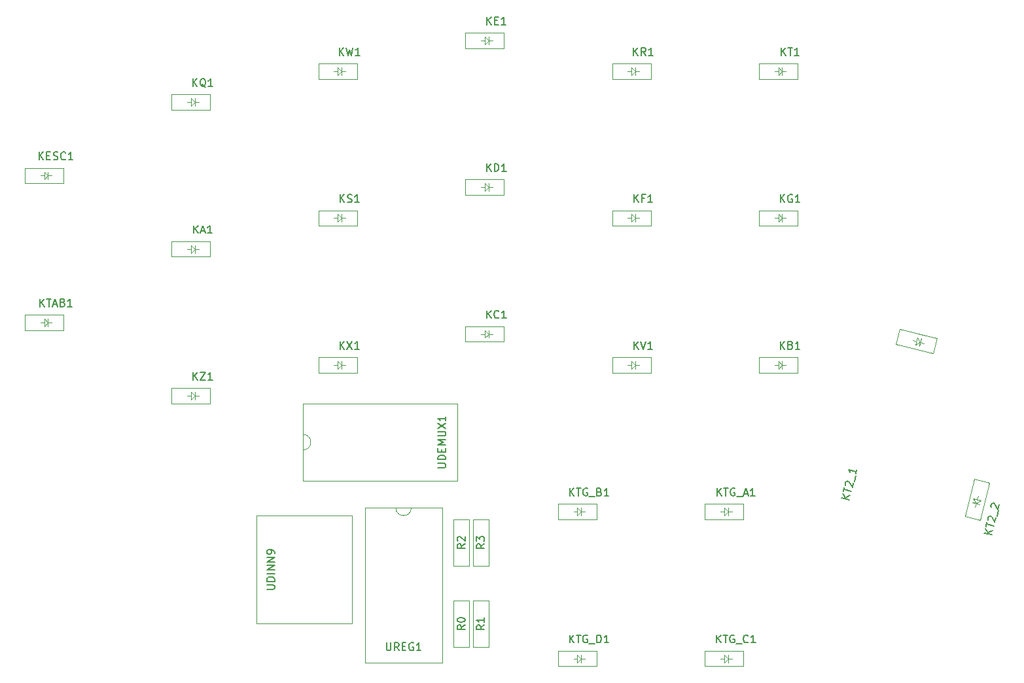
<source format=gbr>
%TF.GenerationSoftware,KiCad,Pcbnew,(5.1.10)-1*%
%TF.CreationDate,2021-07-03T11:15:49-05:00*%
%TF.ProjectId,LeftHand,4c656674-4861-46e6-942e-6b696361645f,rev?*%
%TF.SameCoordinates,Original*%
%TF.FileFunction,Legend,Top*%
%TF.FilePolarity,Positive*%
%FSLAX46Y46*%
G04 Gerber Fmt 4.6, Leading zero omitted, Abs format (unit mm)*
G04 Created by KiCad (PCBNEW (5.1.10)-1) date 2021-07-03 11:15:49*
%MOMM*%
%LPD*%
G01*
G04 APERTURE LIST*
%ADD10C,0.120000*%
%ADD11C,0.150000*%
G04 APERTURE END LIST*
D10*
%TO.C,KT2_2*%
X143201392Y-88909267D02*
X143320659Y-88423699D01*
X143082126Y-89394834D02*
X142962859Y-89880401D01*
X142715825Y-88790000D02*
X143082126Y-89394834D01*
X143686959Y-89028533D02*
X142715825Y-88790000D01*
X143082126Y-89394834D02*
X143686959Y-89028533D01*
X142596558Y-89275567D02*
X143082126Y-89394834D01*
X143567693Y-89514100D02*
X142596558Y-89275567D01*
X143576193Y-91575636D02*
X144768860Y-86719964D01*
X144768860Y-86719964D02*
X142826592Y-86242897D01*
X142826592Y-86242897D02*
X141633924Y-91098569D01*
X141633924Y-91098569D02*
X143576193Y-91575636D01*
%TO.C,KT2_1*%
X135356367Y-68447317D02*
X134870800Y-68328050D01*
X136327502Y-68685851D02*
X135841934Y-68566584D01*
X135237101Y-68932884D02*
X135841934Y-68566584D01*
X135475634Y-67961750D02*
X135237101Y-68932884D01*
X135841934Y-68566584D02*
X135475634Y-67961750D01*
X135722668Y-69052151D02*
X135841934Y-68566584D01*
X135961201Y-68081017D02*
X135722668Y-69052151D01*
X135594901Y-67476183D02*
X136566035Y-67714716D01*
X133167065Y-66879849D02*
X138022737Y-68072516D01*
X132689998Y-68822118D02*
X133167065Y-66879849D01*
X137545670Y-70014785D02*
X132689998Y-68822118D01*
X138022737Y-68072516D02*
X137545670Y-70014785D01*
%TO.C,KA1*%
X44000000Y-55500000D02*
X39000000Y-55500000D01*
X44000000Y-57500000D02*
X44000000Y-55500000D01*
X39000000Y-57500000D02*
X44000000Y-57500000D01*
X39000000Y-55500000D02*
X39000000Y-57500000D01*
X42000000Y-56000000D02*
X42000000Y-57000000D01*
X42000000Y-57000000D02*
X42000000Y-56500000D01*
X42000000Y-56500000D02*
X41500000Y-56000000D01*
X41500000Y-56000000D02*
X41500000Y-57000000D01*
X41500000Y-57000000D02*
X42000000Y-56500000D01*
X42000000Y-56500000D02*
X42500000Y-56500000D01*
X41500000Y-56500000D02*
X41000000Y-56500000D01*
%TO.C,KB1*%
X117500000Y-71500000D02*
X117000000Y-71500000D01*
X118000000Y-71500000D02*
X118500000Y-71500000D01*
X117500000Y-72000000D02*
X118000000Y-71500000D01*
X117500000Y-71000000D02*
X117500000Y-72000000D01*
X118000000Y-71500000D02*
X117500000Y-71000000D01*
X118000000Y-72000000D02*
X118000000Y-71500000D01*
X118000000Y-71000000D02*
X118000000Y-72000000D01*
X115000000Y-70500000D02*
X115000000Y-72500000D01*
X115000000Y-72500000D02*
X120000000Y-72500000D01*
X120000000Y-72500000D02*
X120000000Y-70500000D01*
X120000000Y-70500000D02*
X115000000Y-70500000D01*
%TO.C,KC1*%
X82000000Y-66500000D02*
X77000000Y-66500000D01*
X82000000Y-68500000D02*
X82000000Y-66500000D01*
X77000000Y-68500000D02*
X82000000Y-68500000D01*
X77000000Y-66500000D02*
X77000000Y-68500000D01*
X80000000Y-67000000D02*
X80000000Y-68000000D01*
X80000000Y-68000000D02*
X80000000Y-67500000D01*
X80000000Y-67500000D02*
X79500000Y-67000000D01*
X79500000Y-67000000D02*
X79500000Y-68000000D01*
X79500000Y-68000000D02*
X80000000Y-67500000D01*
X80000000Y-67500000D02*
X80500000Y-67500000D01*
X79500000Y-67500000D02*
X79000000Y-67500000D01*
%TO.C,KD1*%
X82000000Y-47500000D02*
X77000000Y-47500000D01*
X82000000Y-49500000D02*
X82000000Y-47500000D01*
X77000000Y-49500000D02*
X82000000Y-49500000D01*
X77000000Y-47500000D02*
X77000000Y-49500000D01*
X80000000Y-48000000D02*
X80000000Y-49000000D01*
X80000000Y-49000000D02*
X80000000Y-48500000D01*
X80000000Y-48500000D02*
X79500000Y-48000000D01*
X79500000Y-48000000D02*
X79500000Y-49000000D01*
X79500000Y-49000000D02*
X80000000Y-48500000D01*
X80000000Y-48500000D02*
X80500000Y-48500000D01*
X79500000Y-48500000D02*
X79000000Y-48500000D01*
%TO.C,KE1*%
X79500000Y-29500000D02*
X79000000Y-29500000D01*
X80000000Y-29500000D02*
X80500000Y-29500000D01*
X79500000Y-30000000D02*
X80000000Y-29500000D01*
X79500000Y-29000000D02*
X79500000Y-30000000D01*
X80000000Y-29500000D02*
X79500000Y-29000000D01*
X80000000Y-30000000D02*
X80000000Y-29500000D01*
X80000000Y-29000000D02*
X80000000Y-30000000D01*
X77000000Y-28500000D02*
X77000000Y-30500000D01*
X77000000Y-30500000D02*
X82000000Y-30500000D01*
X82000000Y-30500000D02*
X82000000Y-28500000D01*
X82000000Y-28500000D02*
X77000000Y-28500000D01*
%TO.C,KESC1*%
X25000000Y-46000000D02*
X20000000Y-46000000D01*
X25000000Y-48000000D02*
X25000000Y-46000000D01*
X20000000Y-48000000D02*
X25000000Y-48000000D01*
X20000000Y-46000000D02*
X20000000Y-48000000D01*
X23000000Y-46500000D02*
X23000000Y-47500000D01*
X23000000Y-47500000D02*
X23000000Y-47000000D01*
X23000000Y-47000000D02*
X22500000Y-46500000D01*
X22500000Y-46500000D02*
X22500000Y-47500000D01*
X22500000Y-47500000D02*
X23000000Y-47000000D01*
X23000000Y-47000000D02*
X23500000Y-47000000D01*
X22500000Y-47000000D02*
X22000000Y-47000000D01*
%TO.C,KF1*%
X98500000Y-52500000D02*
X98000000Y-52500000D01*
X99000000Y-52500000D02*
X99500000Y-52500000D01*
X98500000Y-53000000D02*
X99000000Y-52500000D01*
X98500000Y-52000000D02*
X98500000Y-53000000D01*
X99000000Y-52500000D02*
X98500000Y-52000000D01*
X99000000Y-53000000D02*
X99000000Y-52500000D01*
X99000000Y-52000000D02*
X99000000Y-53000000D01*
X96000000Y-51500000D02*
X96000000Y-53500000D01*
X96000000Y-53500000D02*
X101000000Y-53500000D01*
X101000000Y-53500000D02*
X101000000Y-51500000D01*
X101000000Y-51500000D02*
X96000000Y-51500000D01*
%TO.C,KG1*%
X120000000Y-51500000D02*
X115000000Y-51500000D01*
X120000000Y-53500000D02*
X120000000Y-51500000D01*
X115000000Y-53500000D02*
X120000000Y-53500000D01*
X115000000Y-51500000D02*
X115000000Y-53500000D01*
X118000000Y-52000000D02*
X118000000Y-53000000D01*
X118000000Y-53000000D02*
X118000000Y-52500000D01*
X118000000Y-52500000D02*
X117500000Y-52000000D01*
X117500000Y-52000000D02*
X117500000Y-53000000D01*
X117500000Y-53000000D02*
X118000000Y-52500000D01*
X118000000Y-52500000D02*
X118500000Y-52500000D01*
X117500000Y-52500000D02*
X117000000Y-52500000D01*
%TO.C,KQ1*%
X41500000Y-37500000D02*
X41000000Y-37500000D01*
X42000000Y-37500000D02*
X42500000Y-37500000D01*
X41500000Y-38000000D02*
X42000000Y-37500000D01*
X41500000Y-37000000D02*
X41500000Y-38000000D01*
X42000000Y-37500000D02*
X41500000Y-37000000D01*
X42000000Y-38000000D02*
X42000000Y-37500000D01*
X42000000Y-37000000D02*
X42000000Y-38000000D01*
X39000000Y-36500000D02*
X39000000Y-38500000D01*
X39000000Y-38500000D02*
X44000000Y-38500000D01*
X44000000Y-38500000D02*
X44000000Y-36500000D01*
X44000000Y-36500000D02*
X39000000Y-36500000D01*
%TO.C,KR1*%
X101000000Y-32500000D02*
X96000000Y-32500000D01*
X101000000Y-34500000D02*
X101000000Y-32500000D01*
X96000000Y-34500000D02*
X101000000Y-34500000D01*
X96000000Y-32500000D02*
X96000000Y-34500000D01*
X99000000Y-33000000D02*
X99000000Y-34000000D01*
X99000000Y-34000000D02*
X99000000Y-33500000D01*
X99000000Y-33500000D02*
X98500000Y-33000000D01*
X98500000Y-33000000D02*
X98500000Y-34000000D01*
X98500000Y-34000000D02*
X99000000Y-33500000D01*
X99000000Y-33500000D02*
X99500000Y-33500000D01*
X98500000Y-33500000D02*
X98000000Y-33500000D01*
%TO.C,KS1*%
X60500000Y-52500000D02*
X60000000Y-52500000D01*
X61000000Y-52500000D02*
X61500000Y-52500000D01*
X60500000Y-53000000D02*
X61000000Y-52500000D01*
X60500000Y-52000000D02*
X60500000Y-53000000D01*
X61000000Y-52500000D02*
X60500000Y-52000000D01*
X61000000Y-53000000D02*
X61000000Y-52500000D01*
X61000000Y-52000000D02*
X61000000Y-53000000D01*
X58000000Y-51500000D02*
X58000000Y-53500000D01*
X58000000Y-53500000D02*
X63000000Y-53500000D01*
X63000000Y-53500000D02*
X63000000Y-51500000D01*
X63000000Y-51500000D02*
X58000000Y-51500000D01*
%TO.C,KT1*%
X117500000Y-33500000D02*
X117000000Y-33500000D01*
X118000000Y-33500000D02*
X118500000Y-33500000D01*
X117500000Y-34000000D02*
X118000000Y-33500000D01*
X117500000Y-33000000D02*
X117500000Y-34000000D01*
X118000000Y-33500000D02*
X117500000Y-33000000D01*
X118000000Y-34000000D02*
X118000000Y-33500000D01*
X118000000Y-33000000D02*
X118000000Y-34000000D01*
X115000000Y-32500000D02*
X115000000Y-34500000D01*
X115000000Y-34500000D02*
X120000000Y-34500000D01*
X120000000Y-34500000D02*
X120000000Y-32500000D01*
X120000000Y-32500000D02*
X115000000Y-32500000D01*
%TO.C,KTAB1*%
X22500000Y-66000000D02*
X22000000Y-66000000D01*
X23000000Y-66000000D02*
X23500000Y-66000000D01*
X22500000Y-66500000D02*
X23000000Y-66000000D01*
X22500000Y-65500000D02*
X22500000Y-66500000D01*
X23000000Y-66000000D02*
X22500000Y-65500000D01*
X23000000Y-66500000D02*
X23000000Y-66000000D01*
X23000000Y-65500000D02*
X23000000Y-66500000D01*
X20000000Y-65000000D02*
X20000000Y-67000000D01*
X20000000Y-67000000D02*
X25000000Y-67000000D01*
X25000000Y-67000000D02*
X25000000Y-65000000D01*
X25000000Y-65000000D02*
X20000000Y-65000000D01*
%TO.C,KTG_A1*%
X113000000Y-89500000D02*
X108000000Y-89500000D01*
X113000000Y-91500000D02*
X113000000Y-89500000D01*
X108000000Y-91500000D02*
X113000000Y-91500000D01*
X108000000Y-89500000D02*
X108000000Y-91500000D01*
X111000000Y-90000000D02*
X111000000Y-91000000D01*
X111000000Y-91000000D02*
X111000000Y-90500000D01*
X111000000Y-90500000D02*
X110500000Y-90000000D01*
X110500000Y-90000000D02*
X110500000Y-91000000D01*
X110500000Y-91000000D02*
X111000000Y-90500000D01*
X111000000Y-90500000D02*
X111500000Y-90500000D01*
X110500000Y-90500000D02*
X110000000Y-90500000D01*
%TO.C,KTG_B1*%
X91500000Y-90500000D02*
X91000000Y-90500000D01*
X92000000Y-90500000D02*
X92500000Y-90500000D01*
X91500000Y-91000000D02*
X92000000Y-90500000D01*
X91500000Y-90000000D02*
X91500000Y-91000000D01*
X92000000Y-90500000D02*
X91500000Y-90000000D01*
X92000000Y-91000000D02*
X92000000Y-90500000D01*
X92000000Y-90000000D02*
X92000000Y-91000000D01*
X89000000Y-89500000D02*
X89000000Y-91500000D01*
X89000000Y-91500000D02*
X94000000Y-91500000D01*
X94000000Y-91500000D02*
X94000000Y-89500000D01*
X94000000Y-89500000D02*
X89000000Y-89500000D01*
%TO.C,KTG_C1*%
X113000000Y-108500000D02*
X108000000Y-108500000D01*
X113000000Y-110500000D02*
X113000000Y-108500000D01*
X108000000Y-110500000D02*
X113000000Y-110500000D01*
X108000000Y-108500000D02*
X108000000Y-110500000D01*
X111000000Y-109000000D02*
X111000000Y-110000000D01*
X111000000Y-110000000D02*
X111000000Y-109500000D01*
X111000000Y-109500000D02*
X110500000Y-109000000D01*
X110500000Y-109000000D02*
X110500000Y-110000000D01*
X110500000Y-110000000D02*
X111000000Y-109500000D01*
X111000000Y-109500000D02*
X111500000Y-109500000D01*
X110500000Y-109500000D02*
X110000000Y-109500000D01*
%TO.C,KTG_D1*%
X91500000Y-109500000D02*
X91000000Y-109500000D01*
X92000000Y-109500000D02*
X92500000Y-109500000D01*
X91500000Y-110000000D02*
X92000000Y-109500000D01*
X91500000Y-109000000D02*
X91500000Y-110000000D01*
X92000000Y-109500000D02*
X91500000Y-109000000D01*
X92000000Y-110000000D02*
X92000000Y-109500000D01*
X92000000Y-109000000D02*
X92000000Y-110000000D01*
X89000000Y-108500000D02*
X89000000Y-110500000D01*
X89000000Y-110500000D02*
X94000000Y-110500000D01*
X94000000Y-110500000D02*
X94000000Y-108500000D01*
X94000000Y-108500000D02*
X89000000Y-108500000D01*
%TO.C,KV1*%
X101000000Y-70500000D02*
X96000000Y-70500000D01*
X101000000Y-72500000D02*
X101000000Y-70500000D01*
X96000000Y-72500000D02*
X101000000Y-72500000D01*
X96000000Y-70500000D02*
X96000000Y-72500000D01*
X99000000Y-71000000D02*
X99000000Y-72000000D01*
X99000000Y-72000000D02*
X99000000Y-71500000D01*
X99000000Y-71500000D02*
X98500000Y-71000000D01*
X98500000Y-71000000D02*
X98500000Y-72000000D01*
X98500000Y-72000000D02*
X99000000Y-71500000D01*
X99000000Y-71500000D02*
X99500000Y-71500000D01*
X98500000Y-71500000D02*
X98000000Y-71500000D01*
%TO.C,KW1*%
X63000000Y-32500000D02*
X58000000Y-32500000D01*
X63000000Y-34500000D02*
X63000000Y-32500000D01*
X58000000Y-34500000D02*
X63000000Y-34500000D01*
X58000000Y-32500000D02*
X58000000Y-34500000D01*
X61000000Y-33000000D02*
X61000000Y-34000000D01*
X61000000Y-34000000D02*
X61000000Y-33500000D01*
X61000000Y-33500000D02*
X60500000Y-33000000D01*
X60500000Y-33000000D02*
X60500000Y-34000000D01*
X60500000Y-34000000D02*
X61000000Y-33500000D01*
X61000000Y-33500000D02*
X61500000Y-33500000D01*
X60500000Y-33500000D02*
X60000000Y-33500000D01*
%TO.C,KX1*%
X60500000Y-71500000D02*
X60000000Y-71500000D01*
X61000000Y-71500000D02*
X61500000Y-71500000D01*
X60500000Y-72000000D02*
X61000000Y-71500000D01*
X60500000Y-71000000D02*
X60500000Y-72000000D01*
X61000000Y-71500000D02*
X60500000Y-71000000D01*
X61000000Y-72000000D02*
X61000000Y-71500000D01*
X61000000Y-71000000D02*
X61000000Y-72000000D01*
X58000000Y-70500000D02*
X58000000Y-72500000D01*
X58000000Y-72500000D02*
X63000000Y-72500000D01*
X63000000Y-72500000D02*
X63000000Y-70500000D01*
X63000000Y-70500000D02*
X58000000Y-70500000D01*
%TO.C,KZ1*%
X44000000Y-74500000D02*
X39000000Y-74500000D01*
X44000000Y-76500000D02*
X44000000Y-74500000D01*
X39000000Y-76500000D02*
X44000000Y-76500000D01*
X39000000Y-74500000D02*
X39000000Y-76500000D01*
X42000000Y-75000000D02*
X42000000Y-76000000D01*
X42000000Y-76000000D02*
X42000000Y-75500000D01*
X42000000Y-75500000D02*
X41500000Y-75000000D01*
X41500000Y-75000000D02*
X41500000Y-76000000D01*
X41500000Y-76000000D02*
X42000000Y-75500000D01*
X42000000Y-75500000D02*
X42500000Y-75500000D01*
X41500000Y-75500000D02*
X41000000Y-75500000D01*
%TO.C,R0*%
X75500000Y-108000000D02*
X77500000Y-108000000D01*
X77500000Y-108000000D02*
X77500000Y-102000000D01*
X77500000Y-102000000D02*
X75500000Y-102000000D01*
X75500000Y-102000000D02*
X75500000Y-108000000D01*
%TO.C,R1*%
X78000000Y-102000000D02*
X78000000Y-108000000D01*
X80000000Y-102000000D02*
X78000000Y-102000000D01*
X80000000Y-108000000D02*
X80000000Y-102000000D01*
X78000000Y-108000000D02*
X80000000Y-108000000D01*
%TO.C,R2*%
X77500000Y-91500000D02*
X75500000Y-91500000D01*
X75500000Y-91500000D02*
X75500000Y-97500000D01*
X75500000Y-97500000D02*
X77500000Y-97500000D01*
X77500000Y-97500000D02*
X77500000Y-91500000D01*
%TO.C,R3*%
X80000000Y-97500000D02*
X80000000Y-91500000D01*
X78000000Y-97500000D02*
X80000000Y-97500000D01*
X78000000Y-91500000D02*
X78000000Y-97500000D01*
X80000000Y-91500000D02*
X78000000Y-91500000D01*
%TO.C,UDEMUX1*%
X76000000Y-86500000D02*
X56000000Y-86500000D01*
X76000000Y-76500000D02*
X76000000Y-86500000D01*
X56000000Y-76500000D02*
X76000000Y-76500000D01*
X56000000Y-86500000D02*
X56000000Y-76500000D01*
X56000000Y-80500000D02*
G75*
G02*
X56000000Y-82500000I0J-1000000D01*
G01*
%TO.C,UDINN9*%
X50000000Y-91000000D02*
X50000000Y-105000000D01*
X50000000Y-105000000D02*
X62300000Y-105000000D01*
X62300000Y-91000000D02*
X62300000Y-105000000D01*
X50000000Y-91000000D02*
X62300000Y-91000000D01*
%TO.C,UREG1*%
X64000000Y-90000000D02*
X74000000Y-90000000D01*
X74000000Y-90000000D02*
X74000000Y-110000000D01*
X74000000Y-110000000D02*
X64000000Y-110000000D01*
X64000000Y-110000000D02*
X64000000Y-90000000D01*
X70000000Y-90000000D02*
G75*
G02*
X68000000Y-90000000I-1000000J0D01*
G01*
%TO.C,KT2_2*%
D11*
X145120096Y-93474923D02*
X144148961Y-93236389D01*
X145256400Y-92919989D02*
X144599238Y-93199885D01*
X144285266Y-92681455D02*
X144703895Y-93372694D01*
X144353419Y-92403989D02*
X144489723Y-91849055D01*
X145392705Y-92365055D02*
X144421571Y-92126522D01*
X144650365Y-91594305D02*
X144615479Y-91536702D01*
X144591952Y-91432854D01*
X144648746Y-91201632D01*
X144717708Y-91120502D01*
X144775311Y-91085616D01*
X144879159Y-91062089D01*
X144971648Y-91084806D01*
X145099022Y-91165127D01*
X145517651Y-91856366D01*
X145665315Y-91255187D01*
X145803239Y-91092927D02*
X145984979Y-90353015D01*
X145059279Y-89929504D02*
X145024394Y-89871900D01*
X145000867Y-89768053D01*
X145057660Y-89536830D01*
X145126622Y-89455700D01*
X145184225Y-89420814D01*
X145288073Y-89397287D01*
X145380562Y-89420005D01*
X145507937Y-89500325D01*
X145926566Y-90191564D01*
X146074229Y-89590386D01*
%TO.C,KT2_1*%
X126669096Y-88942923D02*
X125697961Y-88704389D01*
X126805400Y-88387989D02*
X126148238Y-88667885D01*
X125834266Y-88149455D02*
X126252895Y-88840694D01*
X125902419Y-87871989D02*
X126038723Y-87317055D01*
X126941705Y-87833055D02*
X125970571Y-87594522D01*
X126199365Y-87062305D02*
X126164479Y-87004702D01*
X126140952Y-86900854D01*
X126197746Y-86669632D01*
X126266708Y-86588502D01*
X126324311Y-86553616D01*
X126428159Y-86530089D01*
X126520648Y-86552806D01*
X126648022Y-86633127D01*
X127066651Y-87324366D01*
X127214315Y-86723187D01*
X127352239Y-86560927D02*
X127533979Y-85821015D01*
X127623229Y-85058386D02*
X127486925Y-85613320D01*
X127555077Y-85335853D02*
X126583943Y-85097319D01*
X126699959Y-85223884D01*
X126769730Y-85339091D01*
X126793257Y-85442939D01*
%TO.C,KA1*%
X41833333Y-54452380D02*
X41833333Y-53452380D01*
X42404761Y-54452380D02*
X41976190Y-53880952D01*
X42404761Y-53452380D02*
X41833333Y-54023809D01*
X42785714Y-54166666D02*
X43261904Y-54166666D01*
X42690476Y-54452380D02*
X43023809Y-53452380D01*
X43357142Y-54452380D01*
X44214285Y-54452380D02*
X43642857Y-54452380D01*
X43928571Y-54452380D02*
X43928571Y-53452380D01*
X43833333Y-53595238D01*
X43738095Y-53690476D01*
X43642857Y-53738095D01*
%TO.C,KB1*%
X117761904Y-69452380D02*
X117761904Y-68452380D01*
X118333333Y-69452380D02*
X117904761Y-68880952D01*
X118333333Y-68452380D02*
X117761904Y-69023809D01*
X119095238Y-68928571D02*
X119238095Y-68976190D01*
X119285714Y-69023809D01*
X119333333Y-69119047D01*
X119333333Y-69261904D01*
X119285714Y-69357142D01*
X119238095Y-69404761D01*
X119142857Y-69452380D01*
X118761904Y-69452380D01*
X118761904Y-68452380D01*
X119095238Y-68452380D01*
X119190476Y-68500000D01*
X119238095Y-68547619D01*
X119285714Y-68642857D01*
X119285714Y-68738095D01*
X119238095Y-68833333D01*
X119190476Y-68880952D01*
X119095238Y-68928571D01*
X118761904Y-68928571D01*
X120285714Y-69452380D02*
X119714285Y-69452380D01*
X120000000Y-69452380D02*
X120000000Y-68452380D01*
X119904761Y-68595238D01*
X119809523Y-68690476D01*
X119714285Y-68738095D01*
%TO.C,KC1*%
X79761904Y-65452380D02*
X79761904Y-64452380D01*
X80333333Y-65452380D02*
X79904761Y-64880952D01*
X80333333Y-64452380D02*
X79761904Y-65023809D01*
X81333333Y-65357142D02*
X81285714Y-65404761D01*
X81142857Y-65452380D01*
X81047619Y-65452380D01*
X80904761Y-65404761D01*
X80809523Y-65309523D01*
X80761904Y-65214285D01*
X80714285Y-65023809D01*
X80714285Y-64880952D01*
X80761904Y-64690476D01*
X80809523Y-64595238D01*
X80904761Y-64500000D01*
X81047619Y-64452380D01*
X81142857Y-64452380D01*
X81285714Y-64500000D01*
X81333333Y-64547619D01*
X82285714Y-65452380D02*
X81714285Y-65452380D01*
X82000000Y-65452380D02*
X82000000Y-64452380D01*
X81904761Y-64595238D01*
X81809523Y-64690476D01*
X81714285Y-64738095D01*
%TO.C,KD1*%
X79761904Y-46452380D02*
X79761904Y-45452380D01*
X80333333Y-46452380D02*
X79904761Y-45880952D01*
X80333333Y-45452380D02*
X79761904Y-46023809D01*
X80761904Y-46452380D02*
X80761904Y-45452380D01*
X81000000Y-45452380D01*
X81142857Y-45500000D01*
X81238095Y-45595238D01*
X81285714Y-45690476D01*
X81333333Y-45880952D01*
X81333333Y-46023809D01*
X81285714Y-46214285D01*
X81238095Y-46309523D01*
X81142857Y-46404761D01*
X81000000Y-46452380D01*
X80761904Y-46452380D01*
X82285714Y-46452380D02*
X81714285Y-46452380D01*
X82000000Y-46452380D02*
X82000000Y-45452380D01*
X81904761Y-45595238D01*
X81809523Y-45690476D01*
X81714285Y-45738095D01*
%TO.C,KE1*%
X79809523Y-27452380D02*
X79809523Y-26452380D01*
X80380952Y-27452380D02*
X79952380Y-26880952D01*
X80380952Y-26452380D02*
X79809523Y-27023809D01*
X80809523Y-26928571D02*
X81142857Y-26928571D01*
X81285714Y-27452380D02*
X80809523Y-27452380D01*
X80809523Y-26452380D01*
X81285714Y-26452380D01*
X82238095Y-27452380D02*
X81666666Y-27452380D01*
X81952380Y-27452380D02*
X81952380Y-26452380D01*
X81857142Y-26595238D01*
X81761904Y-26690476D01*
X81666666Y-26738095D01*
%TO.C,KESC1*%
X21833333Y-44952380D02*
X21833333Y-43952380D01*
X22404761Y-44952380D02*
X21976190Y-44380952D01*
X22404761Y-43952380D02*
X21833333Y-44523809D01*
X22833333Y-44428571D02*
X23166666Y-44428571D01*
X23309523Y-44952380D02*
X22833333Y-44952380D01*
X22833333Y-43952380D01*
X23309523Y-43952380D01*
X23690476Y-44904761D02*
X23833333Y-44952380D01*
X24071428Y-44952380D01*
X24166666Y-44904761D01*
X24214285Y-44857142D01*
X24261904Y-44761904D01*
X24261904Y-44666666D01*
X24214285Y-44571428D01*
X24166666Y-44523809D01*
X24071428Y-44476190D01*
X23880952Y-44428571D01*
X23785714Y-44380952D01*
X23738095Y-44333333D01*
X23690476Y-44238095D01*
X23690476Y-44142857D01*
X23738095Y-44047619D01*
X23785714Y-44000000D01*
X23880952Y-43952380D01*
X24119047Y-43952380D01*
X24261904Y-44000000D01*
X25261904Y-44857142D02*
X25214285Y-44904761D01*
X25071428Y-44952380D01*
X24976190Y-44952380D01*
X24833333Y-44904761D01*
X24738095Y-44809523D01*
X24690476Y-44714285D01*
X24642857Y-44523809D01*
X24642857Y-44380952D01*
X24690476Y-44190476D01*
X24738095Y-44095238D01*
X24833333Y-44000000D01*
X24976190Y-43952380D01*
X25071428Y-43952380D01*
X25214285Y-44000000D01*
X25261904Y-44047619D01*
X26214285Y-44952380D02*
X25642857Y-44952380D01*
X25928571Y-44952380D02*
X25928571Y-43952380D01*
X25833333Y-44095238D01*
X25738095Y-44190476D01*
X25642857Y-44238095D01*
%TO.C,KF1*%
X98833333Y-50452380D02*
X98833333Y-49452380D01*
X99404761Y-50452380D02*
X98976190Y-49880952D01*
X99404761Y-49452380D02*
X98833333Y-50023809D01*
X100166666Y-49928571D02*
X99833333Y-49928571D01*
X99833333Y-50452380D02*
X99833333Y-49452380D01*
X100309523Y-49452380D01*
X101214285Y-50452380D02*
X100642857Y-50452380D01*
X100928571Y-50452380D02*
X100928571Y-49452380D01*
X100833333Y-49595238D01*
X100738095Y-49690476D01*
X100642857Y-49738095D01*
%TO.C,KG1*%
X117761904Y-50452380D02*
X117761904Y-49452380D01*
X118333333Y-50452380D02*
X117904761Y-49880952D01*
X118333333Y-49452380D02*
X117761904Y-50023809D01*
X119285714Y-49500000D02*
X119190476Y-49452380D01*
X119047619Y-49452380D01*
X118904761Y-49500000D01*
X118809523Y-49595238D01*
X118761904Y-49690476D01*
X118714285Y-49880952D01*
X118714285Y-50023809D01*
X118761904Y-50214285D01*
X118809523Y-50309523D01*
X118904761Y-50404761D01*
X119047619Y-50452380D01*
X119142857Y-50452380D01*
X119285714Y-50404761D01*
X119333333Y-50357142D01*
X119333333Y-50023809D01*
X119142857Y-50023809D01*
X120285714Y-50452380D02*
X119714285Y-50452380D01*
X120000000Y-50452380D02*
X120000000Y-49452380D01*
X119904761Y-49595238D01*
X119809523Y-49690476D01*
X119714285Y-49738095D01*
%TO.C,KQ1*%
X41738095Y-35452380D02*
X41738095Y-34452380D01*
X42309523Y-35452380D02*
X41880952Y-34880952D01*
X42309523Y-34452380D02*
X41738095Y-35023809D01*
X43404761Y-35547619D02*
X43309523Y-35500000D01*
X43214285Y-35404761D01*
X43071428Y-35261904D01*
X42976190Y-35214285D01*
X42880952Y-35214285D01*
X42928571Y-35452380D02*
X42833333Y-35404761D01*
X42738095Y-35309523D01*
X42690476Y-35119047D01*
X42690476Y-34785714D01*
X42738095Y-34595238D01*
X42833333Y-34500000D01*
X42928571Y-34452380D01*
X43119047Y-34452380D01*
X43214285Y-34500000D01*
X43309523Y-34595238D01*
X43357142Y-34785714D01*
X43357142Y-35119047D01*
X43309523Y-35309523D01*
X43214285Y-35404761D01*
X43119047Y-35452380D01*
X42928571Y-35452380D01*
X44309523Y-35452380D02*
X43738095Y-35452380D01*
X44023809Y-35452380D02*
X44023809Y-34452380D01*
X43928571Y-34595238D01*
X43833333Y-34690476D01*
X43738095Y-34738095D01*
%TO.C,KR1*%
X98761904Y-31452380D02*
X98761904Y-30452380D01*
X99333333Y-31452380D02*
X98904761Y-30880952D01*
X99333333Y-30452380D02*
X98761904Y-31023809D01*
X100333333Y-31452380D02*
X100000000Y-30976190D01*
X99761904Y-31452380D02*
X99761904Y-30452380D01*
X100142857Y-30452380D01*
X100238095Y-30500000D01*
X100285714Y-30547619D01*
X100333333Y-30642857D01*
X100333333Y-30785714D01*
X100285714Y-30880952D01*
X100238095Y-30928571D01*
X100142857Y-30976190D01*
X99761904Y-30976190D01*
X101285714Y-31452380D02*
X100714285Y-31452380D01*
X101000000Y-31452380D02*
X101000000Y-30452380D01*
X100904761Y-30595238D01*
X100809523Y-30690476D01*
X100714285Y-30738095D01*
%TO.C,KS1*%
X60785714Y-50452380D02*
X60785714Y-49452380D01*
X61357142Y-50452380D02*
X60928571Y-49880952D01*
X61357142Y-49452380D02*
X60785714Y-50023809D01*
X61738095Y-50404761D02*
X61880952Y-50452380D01*
X62119047Y-50452380D01*
X62214285Y-50404761D01*
X62261904Y-50357142D01*
X62309523Y-50261904D01*
X62309523Y-50166666D01*
X62261904Y-50071428D01*
X62214285Y-50023809D01*
X62119047Y-49976190D01*
X61928571Y-49928571D01*
X61833333Y-49880952D01*
X61785714Y-49833333D01*
X61738095Y-49738095D01*
X61738095Y-49642857D01*
X61785714Y-49547619D01*
X61833333Y-49500000D01*
X61928571Y-49452380D01*
X62166666Y-49452380D01*
X62309523Y-49500000D01*
X63261904Y-50452380D02*
X62690476Y-50452380D01*
X62976190Y-50452380D02*
X62976190Y-49452380D01*
X62880952Y-49595238D01*
X62785714Y-49690476D01*
X62690476Y-49738095D01*
%TO.C,KT1*%
X117880952Y-31452380D02*
X117880952Y-30452380D01*
X118452380Y-31452380D02*
X118023809Y-30880952D01*
X118452380Y-30452380D02*
X117880952Y-31023809D01*
X118738095Y-30452380D02*
X119309523Y-30452380D01*
X119023809Y-31452380D02*
X119023809Y-30452380D01*
X120166666Y-31452380D02*
X119595238Y-31452380D01*
X119880952Y-31452380D02*
X119880952Y-30452380D01*
X119785714Y-30595238D01*
X119690476Y-30690476D01*
X119595238Y-30738095D01*
%TO.C,KTAB1*%
X21952380Y-63952380D02*
X21952380Y-62952380D01*
X22523809Y-63952380D02*
X22095238Y-63380952D01*
X22523809Y-62952380D02*
X21952380Y-63523809D01*
X22809523Y-62952380D02*
X23380952Y-62952380D01*
X23095238Y-63952380D02*
X23095238Y-62952380D01*
X23666666Y-63666666D02*
X24142857Y-63666666D01*
X23571428Y-63952380D02*
X23904761Y-62952380D01*
X24238095Y-63952380D01*
X24904761Y-63428571D02*
X25047619Y-63476190D01*
X25095238Y-63523809D01*
X25142857Y-63619047D01*
X25142857Y-63761904D01*
X25095238Y-63857142D01*
X25047619Y-63904761D01*
X24952380Y-63952380D01*
X24571428Y-63952380D01*
X24571428Y-62952380D01*
X24904761Y-62952380D01*
X25000000Y-63000000D01*
X25047619Y-63047619D01*
X25095238Y-63142857D01*
X25095238Y-63238095D01*
X25047619Y-63333333D01*
X25000000Y-63380952D01*
X24904761Y-63428571D01*
X24571428Y-63428571D01*
X26095238Y-63952380D02*
X25523809Y-63952380D01*
X25809523Y-63952380D02*
X25809523Y-62952380D01*
X25714285Y-63095238D01*
X25619047Y-63190476D01*
X25523809Y-63238095D01*
%TO.C,KTG_A1*%
X109571428Y-88452380D02*
X109571428Y-87452380D01*
X110142857Y-88452380D02*
X109714285Y-87880952D01*
X110142857Y-87452380D02*
X109571428Y-88023809D01*
X110428571Y-87452380D02*
X111000000Y-87452380D01*
X110714285Y-88452380D02*
X110714285Y-87452380D01*
X111857142Y-87500000D02*
X111761904Y-87452380D01*
X111619047Y-87452380D01*
X111476190Y-87500000D01*
X111380952Y-87595238D01*
X111333333Y-87690476D01*
X111285714Y-87880952D01*
X111285714Y-88023809D01*
X111333333Y-88214285D01*
X111380952Y-88309523D01*
X111476190Y-88404761D01*
X111619047Y-88452380D01*
X111714285Y-88452380D01*
X111857142Y-88404761D01*
X111904761Y-88357142D01*
X111904761Y-88023809D01*
X111714285Y-88023809D01*
X112095238Y-88547619D02*
X112857142Y-88547619D01*
X113047619Y-88166666D02*
X113523809Y-88166666D01*
X112952380Y-88452380D02*
X113285714Y-87452380D01*
X113619047Y-88452380D01*
X114476190Y-88452380D02*
X113904761Y-88452380D01*
X114190476Y-88452380D02*
X114190476Y-87452380D01*
X114095238Y-87595238D01*
X114000000Y-87690476D01*
X113904761Y-87738095D01*
%TO.C,KTG_B1*%
X90500000Y-88452380D02*
X90500000Y-87452380D01*
X91071428Y-88452380D02*
X90642857Y-87880952D01*
X91071428Y-87452380D02*
X90500000Y-88023809D01*
X91357142Y-87452380D02*
X91928571Y-87452380D01*
X91642857Y-88452380D02*
X91642857Y-87452380D01*
X92785714Y-87500000D02*
X92690476Y-87452380D01*
X92547619Y-87452380D01*
X92404761Y-87500000D01*
X92309523Y-87595238D01*
X92261904Y-87690476D01*
X92214285Y-87880952D01*
X92214285Y-88023809D01*
X92261904Y-88214285D01*
X92309523Y-88309523D01*
X92404761Y-88404761D01*
X92547619Y-88452380D01*
X92642857Y-88452380D01*
X92785714Y-88404761D01*
X92833333Y-88357142D01*
X92833333Y-88023809D01*
X92642857Y-88023809D01*
X93023809Y-88547619D02*
X93785714Y-88547619D01*
X94357142Y-87928571D02*
X94500000Y-87976190D01*
X94547619Y-88023809D01*
X94595238Y-88119047D01*
X94595238Y-88261904D01*
X94547619Y-88357142D01*
X94500000Y-88404761D01*
X94404761Y-88452380D01*
X94023809Y-88452380D01*
X94023809Y-87452380D01*
X94357142Y-87452380D01*
X94452380Y-87500000D01*
X94500000Y-87547619D01*
X94547619Y-87642857D01*
X94547619Y-87738095D01*
X94500000Y-87833333D01*
X94452380Y-87880952D01*
X94357142Y-87928571D01*
X94023809Y-87928571D01*
X95547619Y-88452380D02*
X94976190Y-88452380D01*
X95261904Y-88452380D02*
X95261904Y-87452380D01*
X95166666Y-87595238D01*
X95071428Y-87690476D01*
X94976190Y-87738095D01*
%TO.C,KTG_C1*%
X109500000Y-107452380D02*
X109500000Y-106452380D01*
X110071428Y-107452380D02*
X109642857Y-106880952D01*
X110071428Y-106452380D02*
X109500000Y-107023809D01*
X110357142Y-106452380D02*
X110928571Y-106452380D01*
X110642857Y-107452380D02*
X110642857Y-106452380D01*
X111785714Y-106500000D02*
X111690476Y-106452380D01*
X111547619Y-106452380D01*
X111404761Y-106500000D01*
X111309523Y-106595238D01*
X111261904Y-106690476D01*
X111214285Y-106880952D01*
X111214285Y-107023809D01*
X111261904Y-107214285D01*
X111309523Y-107309523D01*
X111404761Y-107404761D01*
X111547619Y-107452380D01*
X111642857Y-107452380D01*
X111785714Y-107404761D01*
X111833333Y-107357142D01*
X111833333Y-107023809D01*
X111642857Y-107023809D01*
X112023809Y-107547619D02*
X112785714Y-107547619D01*
X113595238Y-107357142D02*
X113547619Y-107404761D01*
X113404761Y-107452380D01*
X113309523Y-107452380D01*
X113166666Y-107404761D01*
X113071428Y-107309523D01*
X113023809Y-107214285D01*
X112976190Y-107023809D01*
X112976190Y-106880952D01*
X113023809Y-106690476D01*
X113071428Y-106595238D01*
X113166666Y-106500000D01*
X113309523Y-106452380D01*
X113404761Y-106452380D01*
X113547619Y-106500000D01*
X113595238Y-106547619D01*
X114547619Y-107452380D02*
X113976190Y-107452380D01*
X114261904Y-107452380D02*
X114261904Y-106452380D01*
X114166666Y-106595238D01*
X114071428Y-106690476D01*
X113976190Y-106738095D01*
%TO.C,KTG_D1*%
X90500000Y-107452380D02*
X90500000Y-106452380D01*
X91071428Y-107452380D02*
X90642857Y-106880952D01*
X91071428Y-106452380D02*
X90500000Y-107023809D01*
X91357142Y-106452380D02*
X91928571Y-106452380D01*
X91642857Y-107452380D02*
X91642857Y-106452380D01*
X92785714Y-106500000D02*
X92690476Y-106452380D01*
X92547619Y-106452380D01*
X92404761Y-106500000D01*
X92309523Y-106595238D01*
X92261904Y-106690476D01*
X92214285Y-106880952D01*
X92214285Y-107023809D01*
X92261904Y-107214285D01*
X92309523Y-107309523D01*
X92404761Y-107404761D01*
X92547619Y-107452380D01*
X92642857Y-107452380D01*
X92785714Y-107404761D01*
X92833333Y-107357142D01*
X92833333Y-107023809D01*
X92642857Y-107023809D01*
X93023809Y-107547619D02*
X93785714Y-107547619D01*
X94023809Y-107452380D02*
X94023809Y-106452380D01*
X94261904Y-106452380D01*
X94404761Y-106500000D01*
X94500000Y-106595238D01*
X94547619Y-106690476D01*
X94595238Y-106880952D01*
X94595238Y-107023809D01*
X94547619Y-107214285D01*
X94500000Y-107309523D01*
X94404761Y-107404761D01*
X94261904Y-107452380D01*
X94023809Y-107452380D01*
X95547619Y-107452380D02*
X94976190Y-107452380D01*
X95261904Y-107452380D02*
X95261904Y-106452380D01*
X95166666Y-106595238D01*
X95071428Y-106690476D01*
X94976190Y-106738095D01*
%TO.C,KV1*%
X98833333Y-69452380D02*
X98833333Y-68452380D01*
X99404761Y-69452380D02*
X98976190Y-68880952D01*
X99404761Y-68452380D02*
X98833333Y-69023809D01*
X99690476Y-68452380D02*
X100023809Y-69452380D01*
X100357142Y-68452380D01*
X101214285Y-69452380D02*
X100642857Y-69452380D01*
X100928571Y-69452380D02*
X100928571Y-68452380D01*
X100833333Y-68595238D01*
X100738095Y-68690476D01*
X100642857Y-68738095D01*
%TO.C,KW1*%
X60690476Y-31452380D02*
X60690476Y-30452380D01*
X61261904Y-31452380D02*
X60833333Y-30880952D01*
X61261904Y-30452380D02*
X60690476Y-31023809D01*
X61595238Y-30452380D02*
X61833333Y-31452380D01*
X62023809Y-30738095D01*
X62214285Y-31452380D01*
X62452380Y-30452380D01*
X63357142Y-31452380D02*
X62785714Y-31452380D01*
X63071428Y-31452380D02*
X63071428Y-30452380D01*
X62976190Y-30595238D01*
X62880952Y-30690476D01*
X62785714Y-30738095D01*
%TO.C,KX1*%
X60785714Y-69452380D02*
X60785714Y-68452380D01*
X61357142Y-69452380D02*
X60928571Y-68880952D01*
X61357142Y-68452380D02*
X60785714Y-69023809D01*
X61690476Y-68452380D02*
X62357142Y-69452380D01*
X62357142Y-68452380D02*
X61690476Y-69452380D01*
X63261904Y-69452380D02*
X62690476Y-69452380D01*
X62976190Y-69452380D02*
X62976190Y-68452380D01*
X62880952Y-68595238D01*
X62785714Y-68690476D01*
X62690476Y-68738095D01*
%TO.C,KZ1*%
X41785714Y-73452380D02*
X41785714Y-72452380D01*
X42357142Y-73452380D02*
X41928571Y-72880952D01*
X42357142Y-72452380D02*
X41785714Y-73023809D01*
X42690476Y-72452380D02*
X43357142Y-72452380D01*
X42690476Y-73452380D01*
X43357142Y-73452380D01*
X44261904Y-73452380D02*
X43690476Y-73452380D01*
X43976190Y-73452380D02*
X43976190Y-72452380D01*
X43880952Y-72595238D01*
X43785714Y-72690476D01*
X43690476Y-72738095D01*
%TO.C,R0*%
X76952380Y-105166666D02*
X76476190Y-105500000D01*
X76952380Y-105738095D02*
X75952380Y-105738095D01*
X75952380Y-105357142D01*
X76000000Y-105261904D01*
X76047619Y-105214285D01*
X76142857Y-105166666D01*
X76285714Y-105166666D01*
X76380952Y-105214285D01*
X76428571Y-105261904D01*
X76476190Y-105357142D01*
X76476190Y-105738095D01*
X75952380Y-104547619D02*
X75952380Y-104452380D01*
X76000000Y-104357142D01*
X76047619Y-104309523D01*
X76142857Y-104261904D01*
X76333333Y-104214285D01*
X76571428Y-104214285D01*
X76761904Y-104261904D01*
X76857142Y-104309523D01*
X76904761Y-104357142D01*
X76952380Y-104452380D01*
X76952380Y-104547619D01*
X76904761Y-104642857D01*
X76857142Y-104690476D01*
X76761904Y-104738095D01*
X76571428Y-104785714D01*
X76333333Y-104785714D01*
X76142857Y-104738095D01*
X76047619Y-104690476D01*
X76000000Y-104642857D01*
X75952380Y-104547619D01*
%TO.C,R1*%
X79452380Y-105166666D02*
X78976190Y-105500000D01*
X79452380Y-105738095D02*
X78452380Y-105738095D01*
X78452380Y-105357142D01*
X78500000Y-105261904D01*
X78547619Y-105214285D01*
X78642857Y-105166666D01*
X78785714Y-105166666D01*
X78880952Y-105214285D01*
X78928571Y-105261904D01*
X78976190Y-105357142D01*
X78976190Y-105738095D01*
X79452380Y-104214285D02*
X79452380Y-104785714D01*
X79452380Y-104500000D02*
X78452380Y-104500000D01*
X78595238Y-104595238D01*
X78690476Y-104690476D01*
X78738095Y-104785714D01*
%TO.C,R2*%
X76952380Y-94666666D02*
X76476190Y-95000000D01*
X76952380Y-95238095D02*
X75952380Y-95238095D01*
X75952380Y-94857142D01*
X76000000Y-94761904D01*
X76047619Y-94714285D01*
X76142857Y-94666666D01*
X76285714Y-94666666D01*
X76380952Y-94714285D01*
X76428571Y-94761904D01*
X76476190Y-94857142D01*
X76476190Y-95238095D01*
X76047619Y-94285714D02*
X76000000Y-94238095D01*
X75952380Y-94142857D01*
X75952380Y-93904761D01*
X76000000Y-93809523D01*
X76047619Y-93761904D01*
X76142857Y-93714285D01*
X76238095Y-93714285D01*
X76380952Y-93761904D01*
X76952380Y-94333333D01*
X76952380Y-93714285D01*
%TO.C,R3*%
X79452380Y-94666666D02*
X78976190Y-95000000D01*
X79452380Y-95238095D02*
X78452380Y-95238095D01*
X78452380Y-94857142D01*
X78500000Y-94761904D01*
X78547619Y-94714285D01*
X78642857Y-94666666D01*
X78785714Y-94666666D01*
X78880952Y-94714285D01*
X78928571Y-94761904D01*
X78976190Y-94857142D01*
X78976190Y-95238095D01*
X78452380Y-94333333D02*
X78452380Y-93714285D01*
X78833333Y-94047619D01*
X78833333Y-93904761D01*
X78880952Y-93809523D01*
X78928571Y-93761904D01*
X79023809Y-93714285D01*
X79261904Y-93714285D01*
X79357142Y-93761904D01*
X79404761Y-93809523D01*
X79452380Y-93904761D01*
X79452380Y-94190476D01*
X79404761Y-94285714D01*
X79357142Y-94333333D01*
%TO.C,UDEMUX1*%
X73452380Y-84785714D02*
X74261904Y-84785714D01*
X74357142Y-84738095D01*
X74404761Y-84690476D01*
X74452380Y-84595238D01*
X74452380Y-84404761D01*
X74404761Y-84309523D01*
X74357142Y-84261904D01*
X74261904Y-84214285D01*
X73452380Y-84214285D01*
X74452380Y-83738095D02*
X73452380Y-83738095D01*
X73452380Y-83500000D01*
X73500000Y-83357142D01*
X73595238Y-83261904D01*
X73690476Y-83214285D01*
X73880952Y-83166666D01*
X74023809Y-83166666D01*
X74214285Y-83214285D01*
X74309523Y-83261904D01*
X74404761Y-83357142D01*
X74452380Y-83500000D01*
X74452380Y-83738095D01*
X73928571Y-82738095D02*
X73928571Y-82404761D01*
X74452380Y-82261904D02*
X74452380Y-82738095D01*
X73452380Y-82738095D01*
X73452380Y-82261904D01*
X74452380Y-81833333D02*
X73452380Y-81833333D01*
X74166666Y-81500000D01*
X73452380Y-81166666D01*
X74452380Y-81166666D01*
X73452380Y-80690476D02*
X74261904Y-80690476D01*
X74357142Y-80642857D01*
X74404761Y-80595238D01*
X74452380Y-80500000D01*
X74452380Y-80309523D01*
X74404761Y-80214285D01*
X74357142Y-80166666D01*
X74261904Y-80119047D01*
X73452380Y-80119047D01*
X73452380Y-79738095D02*
X74452380Y-79071428D01*
X73452380Y-79071428D02*
X74452380Y-79738095D01*
X74452380Y-78166666D02*
X74452380Y-78738095D01*
X74452380Y-78452380D02*
X73452380Y-78452380D01*
X73595238Y-78547619D01*
X73690476Y-78642857D01*
X73738095Y-78738095D01*
%TO.C,UDINN9*%
X51302380Y-100547619D02*
X52111904Y-100547619D01*
X52207142Y-100500000D01*
X52254761Y-100452380D01*
X52302380Y-100357142D01*
X52302380Y-100166666D01*
X52254761Y-100071428D01*
X52207142Y-100023809D01*
X52111904Y-99976190D01*
X51302380Y-99976190D01*
X52302380Y-99500000D02*
X51302380Y-99500000D01*
X51302380Y-99261904D01*
X51350000Y-99119047D01*
X51445238Y-99023809D01*
X51540476Y-98976190D01*
X51730952Y-98928571D01*
X51873809Y-98928571D01*
X52064285Y-98976190D01*
X52159523Y-99023809D01*
X52254761Y-99119047D01*
X52302380Y-99261904D01*
X52302380Y-99500000D01*
X52302380Y-98500000D02*
X51302380Y-98500000D01*
X52302380Y-98023809D02*
X51302380Y-98023809D01*
X52302380Y-97452380D01*
X51302380Y-97452380D01*
X52302380Y-96976190D02*
X51302380Y-96976190D01*
X52302380Y-96404761D01*
X51302380Y-96404761D01*
X52302380Y-95880952D02*
X52302380Y-95690476D01*
X52254761Y-95595238D01*
X52207142Y-95547619D01*
X52064285Y-95452380D01*
X51873809Y-95404761D01*
X51492857Y-95404761D01*
X51397619Y-95452380D01*
X51350000Y-95500000D01*
X51302380Y-95595238D01*
X51302380Y-95785714D01*
X51350000Y-95880952D01*
X51397619Y-95928571D01*
X51492857Y-95976190D01*
X51730952Y-95976190D01*
X51826190Y-95928571D01*
X51873809Y-95880952D01*
X51921428Y-95785714D01*
X51921428Y-95595238D01*
X51873809Y-95500000D01*
X51826190Y-95452380D01*
X51730952Y-95404761D01*
%TO.C,UREG1*%
X66785714Y-107452380D02*
X66785714Y-108261904D01*
X66833333Y-108357142D01*
X66880952Y-108404761D01*
X66976190Y-108452380D01*
X67166666Y-108452380D01*
X67261904Y-108404761D01*
X67309523Y-108357142D01*
X67357142Y-108261904D01*
X67357142Y-107452380D01*
X68404761Y-108452380D02*
X68071428Y-107976190D01*
X67833333Y-108452380D02*
X67833333Y-107452380D01*
X68214285Y-107452380D01*
X68309523Y-107500000D01*
X68357142Y-107547619D01*
X68404761Y-107642857D01*
X68404761Y-107785714D01*
X68357142Y-107880952D01*
X68309523Y-107928571D01*
X68214285Y-107976190D01*
X67833333Y-107976190D01*
X68833333Y-107928571D02*
X69166666Y-107928571D01*
X69309523Y-108452380D02*
X68833333Y-108452380D01*
X68833333Y-107452380D01*
X69309523Y-107452380D01*
X70261904Y-107500000D02*
X70166666Y-107452380D01*
X70023809Y-107452380D01*
X69880952Y-107500000D01*
X69785714Y-107595238D01*
X69738095Y-107690476D01*
X69690476Y-107880952D01*
X69690476Y-108023809D01*
X69738095Y-108214285D01*
X69785714Y-108309523D01*
X69880952Y-108404761D01*
X70023809Y-108452380D01*
X70119047Y-108452380D01*
X70261904Y-108404761D01*
X70309523Y-108357142D01*
X70309523Y-108023809D01*
X70119047Y-108023809D01*
X71261904Y-108452380D02*
X70690476Y-108452380D01*
X70976190Y-108452380D02*
X70976190Y-107452380D01*
X70880952Y-107595238D01*
X70785714Y-107690476D01*
X70690476Y-107738095D01*
%TD*%
M02*

</source>
